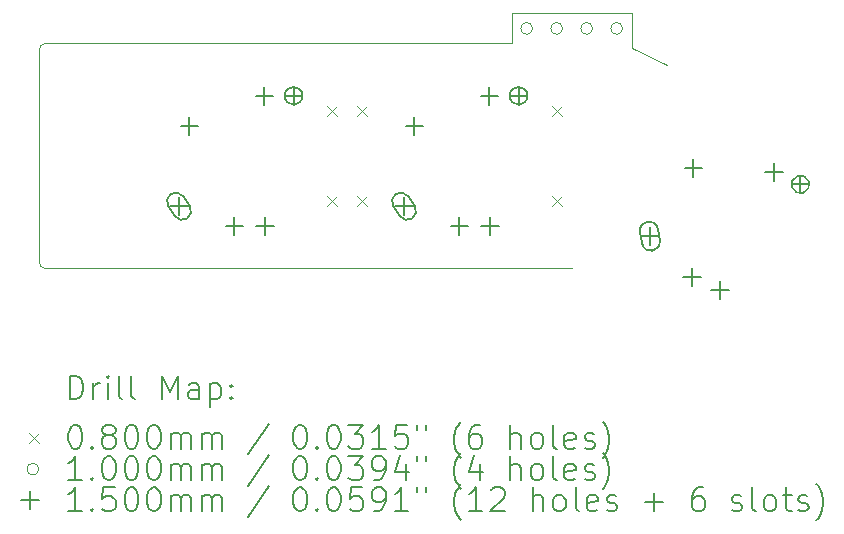
<source format=gbr>
%TF.GenerationSoftware,KiCad,Pcbnew,7.0.5*%
%TF.CreationDate,2023-08-20T01:59:17+08:00*%
%TF.ProjectId,LT,4c542e6b-6963-4616-945f-706362585858,rev?*%
%TF.SameCoordinates,Original*%
%TF.FileFunction,Drillmap*%
%TF.FilePolarity,Positive*%
%FSLAX45Y45*%
G04 Gerber Fmt 4.5, Leading zero omitted, Abs format (unit mm)*
G04 Created by KiCad (PCBNEW 7.0.5) date 2023-08-20 01:59:17*
%MOMM*%
%LPD*%
G01*
G04 APERTURE LIST*
%ADD10C,0.100000*%
%ADD11C,0.200000*%
%ADD12C,0.080000*%
%ADD13C,0.150000*%
G04 APERTURE END LIST*
D10*
X22271500Y-11097500D02*
X17811500Y-11097500D01*
X17761500Y-9242500D02*
X17761500Y-11047500D01*
X21760000Y-9192500D02*
X21760000Y-8938000D01*
X21760000Y-9192500D02*
X17811500Y-9192500D01*
X17761500Y-11047500D02*
G75*
G03*
X17811500Y-11097500I50000J0D01*
G01*
X23076590Y-9370987D02*
X22776000Y-9231000D01*
X22776000Y-8938000D02*
X22776000Y-9231000D01*
X17811500Y-9192500D02*
G75*
G03*
X17761500Y-9242500I0J-50000D01*
G01*
X21760000Y-8938000D02*
X22776000Y-8938000D01*
D11*
D12*
X20199500Y-9725000D02*
X20279500Y-9805000D01*
X20279500Y-9725000D02*
X20199500Y-9805000D01*
X20199500Y-10485000D02*
X20279500Y-10565000D01*
X20279500Y-10485000D02*
X20199500Y-10565000D01*
X20453500Y-9725000D02*
X20533500Y-9805000D01*
X20533500Y-9725000D02*
X20453500Y-9805000D01*
X20453500Y-10485000D02*
X20533500Y-10565000D01*
X20533500Y-10485000D02*
X20453500Y-10565000D01*
X22104500Y-9725000D02*
X22184500Y-9805000D01*
X22184500Y-9725000D02*
X22104500Y-9805000D01*
X22104500Y-10485000D02*
X22184500Y-10565000D01*
X22184500Y-10485000D02*
X22104500Y-10565000D01*
D10*
X21937000Y-9065000D02*
G75*
G03*
X21937000Y-9065000I-50000J0D01*
G01*
X22191000Y-9065000D02*
G75*
G03*
X22191000Y-9065000I-50000J0D01*
G01*
X22445000Y-9065000D02*
G75*
G03*
X22445000Y-9065000I-50000J0D01*
G01*
X22699000Y-9065000D02*
G75*
G03*
X22699000Y-9065000I-50000J0D01*
G01*
D13*
X18944000Y-10495000D02*
X18944000Y-10645000D01*
X18869000Y-10570000D02*
X19019000Y-10570000D01*
D11*
X19034139Y-10569984D02*
X18978654Y-10486789D01*
X18978654Y-10486789D02*
G75*
G03*
X18853861Y-10570016I-62397J-41613D01*
G01*
X18853861Y-10570016D02*
X18909346Y-10653211D01*
X18909346Y-10653211D02*
G75*
G03*
X19034139Y-10569984I62397J41613D01*
G01*
D13*
X19033000Y-9816000D02*
X19033000Y-9966000D01*
X18958000Y-9891000D02*
X19108000Y-9891000D01*
X19414000Y-10660000D02*
X19414000Y-10810000D01*
X19339000Y-10735000D02*
X19489000Y-10735000D01*
X19668000Y-9560000D02*
X19668000Y-9710000D01*
X19593000Y-9635000D02*
X19743000Y-9635000D01*
X19674000Y-10660000D02*
X19674000Y-10810000D01*
X19599000Y-10735000D02*
X19749000Y-10735000D01*
X19914000Y-9560000D02*
X19914000Y-9710000D01*
X19839000Y-9635000D02*
X19989000Y-9635000D01*
D11*
X19989000Y-9635000D02*
X19989000Y-9635000D01*
X19989000Y-9635000D02*
G75*
G03*
X19839000Y-9635000I-75000J0D01*
G01*
X19839000Y-9635000D02*
X19839000Y-9635000D01*
X19839000Y-9635000D02*
G75*
G03*
X19989000Y-9635000I75000J0D01*
G01*
D13*
X20849000Y-10495000D02*
X20849000Y-10645000D01*
X20774000Y-10570000D02*
X20924000Y-10570000D01*
D11*
X20939139Y-10569984D02*
X20883654Y-10486789D01*
X20883654Y-10486789D02*
G75*
G03*
X20758861Y-10570016I-62397J-41613D01*
G01*
X20758861Y-10570016D02*
X20814346Y-10653211D01*
X20814346Y-10653211D02*
G75*
G03*
X20939139Y-10569984I62397J41613D01*
G01*
D13*
X20938000Y-9816000D02*
X20938000Y-9966000D01*
X20863000Y-9891000D02*
X21013000Y-9891000D01*
X21319000Y-10660000D02*
X21319000Y-10810000D01*
X21244000Y-10735000D02*
X21394000Y-10735000D01*
X21573000Y-9560000D02*
X21573000Y-9710000D01*
X21498000Y-9635000D02*
X21648000Y-9635000D01*
X21579000Y-10660000D02*
X21579000Y-10810000D01*
X21504000Y-10735000D02*
X21654000Y-10735000D01*
X21819000Y-9560000D02*
X21819000Y-9710000D01*
X21744000Y-9635000D02*
X21894000Y-9635000D01*
D11*
X21894000Y-9635000D02*
X21894000Y-9635000D01*
X21894000Y-9635000D02*
G75*
G03*
X21744000Y-9635000I-75000J0D01*
G01*
X21744000Y-9635000D02*
X21744000Y-9635000D01*
X21744000Y-9635000D02*
G75*
G03*
X21894000Y-9635000I75000J0D01*
G01*
D13*
X22931720Y-10748340D02*
X22931720Y-10898340D01*
X22856720Y-10823340D02*
X23006720Y-10823340D01*
D11*
X23013420Y-10861420D02*
X22998294Y-10762571D01*
X22998294Y-10762571D02*
G75*
G03*
X22850020Y-10785260I-74137J-11345D01*
G01*
X22850020Y-10785260D02*
X22865146Y-10884109D01*
X22865146Y-10884109D02*
G75*
G03*
X23013420Y-10861420I74137J11345D01*
G01*
D13*
X23287953Y-11096511D02*
X23287953Y-11246511D01*
X23212953Y-11171511D02*
X23362953Y-11171511D01*
X23299339Y-10170570D02*
X23299339Y-10320570D01*
X23224339Y-10245570D02*
X23374339Y-10245570D01*
X23523593Y-11206392D02*
X23523593Y-11356392D01*
X23448593Y-11281392D02*
X23598593Y-11281392D01*
X23983035Y-10206918D02*
X23983035Y-10356918D01*
X23908035Y-10281918D02*
X24058035Y-10281918D01*
X24205987Y-10310882D02*
X24205987Y-10460882D01*
X24130987Y-10385882D02*
X24280987Y-10385882D01*
D11*
X24273960Y-10417578D02*
X24273960Y-10417578D01*
X24273960Y-10417578D02*
G75*
G03*
X24138013Y-10354186I-67973J31696D01*
G01*
X24138013Y-10354186D02*
X24138013Y-10354186D01*
X24138013Y-10354186D02*
G75*
G03*
X24273960Y-10417578I67973J-31696D01*
G01*
X18017277Y-12203629D02*
X18017277Y-12003629D01*
X18017277Y-12003629D02*
X18064896Y-12003629D01*
X18064896Y-12003629D02*
X18093467Y-12013153D01*
X18093467Y-12013153D02*
X18112515Y-12032201D01*
X18112515Y-12032201D02*
X18122039Y-12051248D01*
X18122039Y-12051248D02*
X18131563Y-12089344D01*
X18131563Y-12089344D02*
X18131563Y-12117915D01*
X18131563Y-12117915D02*
X18122039Y-12156010D01*
X18122039Y-12156010D02*
X18112515Y-12175058D01*
X18112515Y-12175058D02*
X18093467Y-12194106D01*
X18093467Y-12194106D02*
X18064896Y-12203629D01*
X18064896Y-12203629D02*
X18017277Y-12203629D01*
X18217277Y-12203629D02*
X18217277Y-12070296D01*
X18217277Y-12108391D02*
X18226801Y-12089344D01*
X18226801Y-12089344D02*
X18236324Y-12079820D01*
X18236324Y-12079820D02*
X18255372Y-12070296D01*
X18255372Y-12070296D02*
X18274420Y-12070296D01*
X18341086Y-12203629D02*
X18341086Y-12070296D01*
X18341086Y-12003629D02*
X18331563Y-12013153D01*
X18331563Y-12013153D02*
X18341086Y-12022677D01*
X18341086Y-12022677D02*
X18350610Y-12013153D01*
X18350610Y-12013153D02*
X18341086Y-12003629D01*
X18341086Y-12003629D02*
X18341086Y-12022677D01*
X18464896Y-12203629D02*
X18445848Y-12194106D01*
X18445848Y-12194106D02*
X18436324Y-12175058D01*
X18436324Y-12175058D02*
X18436324Y-12003629D01*
X18569658Y-12203629D02*
X18550610Y-12194106D01*
X18550610Y-12194106D02*
X18541086Y-12175058D01*
X18541086Y-12175058D02*
X18541086Y-12003629D01*
X18798229Y-12203629D02*
X18798229Y-12003629D01*
X18798229Y-12003629D02*
X18864896Y-12146486D01*
X18864896Y-12146486D02*
X18931563Y-12003629D01*
X18931563Y-12003629D02*
X18931563Y-12203629D01*
X19112515Y-12203629D02*
X19112515Y-12098867D01*
X19112515Y-12098867D02*
X19102991Y-12079820D01*
X19102991Y-12079820D02*
X19083944Y-12070296D01*
X19083944Y-12070296D02*
X19045848Y-12070296D01*
X19045848Y-12070296D02*
X19026801Y-12079820D01*
X19112515Y-12194106D02*
X19093467Y-12203629D01*
X19093467Y-12203629D02*
X19045848Y-12203629D01*
X19045848Y-12203629D02*
X19026801Y-12194106D01*
X19026801Y-12194106D02*
X19017277Y-12175058D01*
X19017277Y-12175058D02*
X19017277Y-12156010D01*
X19017277Y-12156010D02*
X19026801Y-12136963D01*
X19026801Y-12136963D02*
X19045848Y-12127439D01*
X19045848Y-12127439D02*
X19093467Y-12127439D01*
X19093467Y-12127439D02*
X19112515Y-12117915D01*
X19207753Y-12070296D02*
X19207753Y-12270296D01*
X19207753Y-12079820D02*
X19226801Y-12070296D01*
X19226801Y-12070296D02*
X19264896Y-12070296D01*
X19264896Y-12070296D02*
X19283944Y-12079820D01*
X19283944Y-12079820D02*
X19293467Y-12089344D01*
X19293467Y-12089344D02*
X19302991Y-12108391D01*
X19302991Y-12108391D02*
X19302991Y-12165534D01*
X19302991Y-12165534D02*
X19293467Y-12184582D01*
X19293467Y-12184582D02*
X19283944Y-12194106D01*
X19283944Y-12194106D02*
X19264896Y-12203629D01*
X19264896Y-12203629D02*
X19226801Y-12203629D01*
X19226801Y-12203629D02*
X19207753Y-12194106D01*
X19388705Y-12184582D02*
X19398229Y-12194106D01*
X19398229Y-12194106D02*
X19388705Y-12203629D01*
X19388705Y-12203629D02*
X19379182Y-12194106D01*
X19379182Y-12194106D02*
X19388705Y-12184582D01*
X19388705Y-12184582D02*
X19388705Y-12203629D01*
X19388705Y-12079820D02*
X19398229Y-12089344D01*
X19398229Y-12089344D02*
X19388705Y-12098867D01*
X19388705Y-12098867D02*
X19379182Y-12089344D01*
X19379182Y-12089344D02*
X19388705Y-12079820D01*
X19388705Y-12079820D02*
X19388705Y-12098867D01*
D12*
X17676500Y-12492146D02*
X17756500Y-12572146D01*
X17756500Y-12492146D02*
X17676500Y-12572146D01*
D11*
X18055372Y-12423629D02*
X18074420Y-12423629D01*
X18074420Y-12423629D02*
X18093467Y-12433153D01*
X18093467Y-12433153D02*
X18102991Y-12442677D01*
X18102991Y-12442677D02*
X18112515Y-12461725D01*
X18112515Y-12461725D02*
X18122039Y-12499820D01*
X18122039Y-12499820D02*
X18122039Y-12547439D01*
X18122039Y-12547439D02*
X18112515Y-12585534D01*
X18112515Y-12585534D02*
X18102991Y-12604582D01*
X18102991Y-12604582D02*
X18093467Y-12614106D01*
X18093467Y-12614106D02*
X18074420Y-12623629D01*
X18074420Y-12623629D02*
X18055372Y-12623629D01*
X18055372Y-12623629D02*
X18036324Y-12614106D01*
X18036324Y-12614106D02*
X18026801Y-12604582D01*
X18026801Y-12604582D02*
X18017277Y-12585534D01*
X18017277Y-12585534D02*
X18007753Y-12547439D01*
X18007753Y-12547439D02*
X18007753Y-12499820D01*
X18007753Y-12499820D02*
X18017277Y-12461725D01*
X18017277Y-12461725D02*
X18026801Y-12442677D01*
X18026801Y-12442677D02*
X18036324Y-12433153D01*
X18036324Y-12433153D02*
X18055372Y-12423629D01*
X18207753Y-12604582D02*
X18217277Y-12614106D01*
X18217277Y-12614106D02*
X18207753Y-12623629D01*
X18207753Y-12623629D02*
X18198229Y-12614106D01*
X18198229Y-12614106D02*
X18207753Y-12604582D01*
X18207753Y-12604582D02*
X18207753Y-12623629D01*
X18331563Y-12509344D02*
X18312515Y-12499820D01*
X18312515Y-12499820D02*
X18302991Y-12490296D01*
X18302991Y-12490296D02*
X18293467Y-12471248D01*
X18293467Y-12471248D02*
X18293467Y-12461725D01*
X18293467Y-12461725D02*
X18302991Y-12442677D01*
X18302991Y-12442677D02*
X18312515Y-12433153D01*
X18312515Y-12433153D02*
X18331563Y-12423629D01*
X18331563Y-12423629D02*
X18369658Y-12423629D01*
X18369658Y-12423629D02*
X18388705Y-12433153D01*
X18388705Y-12433153D02*
X18398229Y-12442677D01*
X18398229Y-12442677D02*
X18407753Y-12461725D01*
X18407753Y-12461725D02*
X18407753Y-12471248D01*
X18407753Y-12471248D02*
X18398229Y-12490296D01*
X18398229Y-12490296D02*
X18388705Y-12499820D01*
X18388705Y-12499820D02*
X18369658Y-12509344D01*
X18369658Y-12509344D02*
X18331563Y-12509344D01*
X18331563Y-12509344D02*
X18312515Y-12518867D01*
X18312515Y-12518867D02*
X18302991Y-12528391D01*
X18302991Y-12528391D02*
X18293467Y-12547439D01*
X18293467Y-12547439D02*
X18293467Y-12585534D01*
X18293467Y-12585534D02*
X18302991Y-12604582D01*
X18302991Y-12604582D02*
X18312515Y-12614106D01*
X18312515Y-12614106D02*
X18331563Y-12623629D01*
X18331563Y-12623629D02*
X18369658Y-12623629D01*
X18369658Y-12623629D02*
X18388705Y-12614106D01*
X18388705Y-12614106D02*
X18398229Y-12604582D01*
X18398229Y-12604582D02*
X18407753Y-12585534D01*
X18407753Y-12585534D02*
X18407753Y-12547439D01*
X18407753Y-12547439D02*
X18398229Y-12528391D01*
X18398229Y-12528391D02*
X18388705Y-12518867D01*
X18388705Y-12518867D02*
X18369658Y-12509344D01*
X18531563Y-12423629D02*
X18550610Y-12423629D01*
X18550610Y-12423629D02*
X18569658Y-12433153D01*
X18569658Y-12433153D02*
X18579182Y-12442677D01*
X18579182Y-12442677D02*
X18588705Y-12461725D01*
X18588705Y-12461725D02*
X18598229Y-12499820D01*
X18598229Y-12499820D02*
X18598229Y-12547439D01*
X18598229Y-12547439D02*
X18588705Y-12585534D01*
X18588705Y-12585534D02*
X18579182Y-12604582D01*
X18579182Y-12604582D02*
X18569658Y-12614106D01*
X18569658Y-12614106D02*
X18550610Y-12623629D01*
X18550610Y-12623629D02*
X18531563Y-12623629D01*
X18531563Y-12623629D02*
X18512515Y-12614106D01*
X18512515Y-12614106D02*
X18502991Y-12604582D01*
X18502991Y-12604582D02*
X18493467Y-12585534D01*
X18493467Y-12585534D02*
X18483944Y-12547439D01*
X18483944Y-12547439D02*
X18483944Y-12499820D01*
X18483944Y-12499820D02*
X18493467Y-12461725D01*
X18493467Y-12461725D02*
X18502991Y-12442677D01*
X18502991Y-12442677D02*
X18512515Y-12433153D01*
X18512515Y-12433153D02*
X18531563Y-12423629D01*
X18722039Y-12423629D02*
X18741086Y-12423629D01*
X18741086Y-12423629D02*
X18760134Y-12433153D01*
X18760134Y-12433153D02*
X18769658Y-12442677D01*
X18769658Y-12442677D02*
X18779182Y-12461725D01*
X18779182Y-12461725D02*
X18788705Y-12499820D01*
X18788705Y-12499820D02*
X18788705Y-12547439D01*
X18788705Y-12547439D02*
X18779182Y-12585534D01*
X18779182Y-12585534D02*
X18769658Y-12604582D01*
X18769658Y-12604582D02*
X18760134Y-12614106D01*
X18760134Y-12614106D02*
X18741086Y-12623629D01*
X18741086Y-12623629D02*
X18722039Y-12623629D01*
X18722039Y-12623629D02*
X18702991Y-12614106D01*
X18702991Y-12614106D02*
X18693467Y-12604582D01*
X18693467Y-12604582D02*
X18683944Y-12585534D01*
X18683944Y-12585534D02*
X18674420Y-12547439D01*
X18674420Y-12547439D02*
X18674420Y-12499820D01*
X18674420Y-12499820D02*
X18683944Y-12461725D01*
X18683944Y-12461725D02*
X18693467Y-12442677D01*
X18693467Y-12442677D02*
X18702991Y-12433153D01*
X18702991Y-12433153D02*
X18722039Y-12423629D01*
X18874420Y-12623629D02*
X18874420Y-12490296D01*
X18874420Y-12509344D02*
X18883944Y-12499820D01*
X18883944Y-12499820D02*
X18902991Y-12490296D01*
X18902991Y-12490296D02*
X18931563Y-12490296D01*
X18931563Y-12490296D02*
X18950610Y-12499820D01*
X18950610Y-12499820D02*
X18960134Y-12518867D01*
X18960134Y-12518867D02*
X18960134Y-12623629D01*
X18960134Y-12518867D02*
X18969658Y-12499820D01*
X18969658Y-12499820D02*
X18988705Y-12490296D01*
X18988705Y-12490296D02*
X19017277Y-12490296D01*
X19017277Y-12490296D02*
X19036325Y-12499820D01*
X19036325Y-12499820D02*
X19045848Y-12518867D01*
X19045848Y-12518867D02*
X19045848Y-12623629D01*
X19141086Y-12623629D02*
X19141086Y-12490296D01*
X19141086Y-12509344D02*
X19150610Y-12499820D01*
X19150610Y-12499820D02*
X19169658Y-12490296D01*
X19169658Y-12490296D02*
X19198229Y-12490296D01*
X19198229Y-12490296D02*
X19217277Y-12499820D01*
X19217277Y-12499820D02*
X19226801Y-12518867D01*
X19226801Y-12518867D02*
X19226801Y-12623629D01*
X19226801Y-12518867D02*
X19236325Y-12499820D01*
X19236325Y-12499820D02*
X19255372Y-12490296D01*
X19255372Y-12490296D02*
X19283944Y-12490296D01*
X19283944Y-12490296D02*
X19302991Y-12499820D01*
X19302991Y-12499820D02*
X19312515Y-12518867D01*
X19312515Y-12518867D02*
X19312515Y-12623629D01*
X19702991Y-12414106D02*
X19531563Y-12671248D01*
X19960134Y-12423629D02*
X19979182Y-12423629D01*
X19979182Y-12423629D02*
X19998229Y-12433153D01*
X19998229Y-12433153D02*
X20007753Y-12442677D01*
X20007753Y-12442677D02*
X20017277Y-12461725D01*
X20017277Y-12461725D02*
X20026801Y-12499820D01*
X20026801Y-12499820D02*
X20026801Y-12547439D01*
X20026801Y-12547439D02*
X20017277Y-12585534D01*
X20017277Y-12585534D02*
X20007753Y-12604582D01*
X20007753Y-12604582D02*
X19998229Y-12614106D01*
X19998229Y-12614106D02*
X19979182Y-12623629D01*
X19979182Y-12623629D02*
X19960134Y-12623629D01*
X19960134Y-12623629D02*
X19941087Y-12614106D01*
X19941087Y-12614106D02*
X19931563Y-12604582D01*
X19931563Y-12604582D02*
X19922039Y-12585534D01*
X19922039Y-12585534D02*
X19912515Y-12547439D01*
X19912515Y-12547439D02*
X19912515Y-12499820D01*
X19912515Y-12499820D02*
X19922039Y-12461725D01*
X19922039Y-12461725D02*
X19931563Y-12442677D01*
X19931563Y-12442677D02*
X19941087Y-12433153D01*
X19941087Y-12433153D02*
X19960134Y-12423629D01*
X20112515Y-12604582D02*
X20122039Y-12614106D01*
X20122039Y-12614106D02*
X20112515Y-12623629D01*
X20112515Y-12623629D02*
X20102991Y-12614106D01*
X20102991Y-12614106D02*
X20112515Y-12604582D01*
X20112515Y-12604582D02*
X20112515Y-12623629D01*
X20245848Y-12423629D02*
X20264896Y-12423629D01*
X20264896Y-12423629D02*
X20283944Y-12433153D01*
X20283944Y-12433153D02*
X20293468Y-12442677D01*
X20293468Y-12442677D02*
X20302991Y-12461725D01*
X20302991Y-12461725D02*
X20312515Y-12499820D01*
X20312515Y-12499820D02*
X20312515Y-12547439D01*
X20312515Y-12547439D02*
X20302991Y-12585534D01*
X20302991Y-12585534D02*
X20293468Y-12604582D01*
X20293468Y-12604582D02*
X20283944Y-12614106D01*
X20283944Y-12614106D02*
X20264896Y-12623629D01*
X20264896Y-12623629D02*
X20245848Y-12623629D01*
X20245848Y-12623629D02*
X20226801Y-12614106D01*
X20226801Y-12614106D02*
X20217277Y-12604582D01*
X20217277Y-12604582D02*
X20207753Y-12585534D01*
X20207753Y-12585534D02*
X20198229Y-12547439D01*
X20198229Y-12547439D02*
X20198229Y-12499820D01*
X20198229Y-12499820D02*
X20207753Y-12461725D01*
X20207753Y-12461725D02*
X20217277Y-12442677D01*
X20217277Y-12442677D02*
X20226801Y-12433153D01*
X20226801Y-12433153D02*
X20245848Y-12423629D01*
X20379182Y-12423629D02*
X20502991Y-12423629D01*
X20502991Y-12423629D02*
X20436325Y-12499820D01*
X20436325Y-12499820D02*
X20464896Y-12499820D01*
X20464896Y-12499820D02*
X20483944Y-12509344D01*
X20483944Y-12509344D02*
X20493468Y-12518867D01*
X20493468Y-12518867D02*
X20502991Y-12537915D01*
X20502991Y-12537915D02*
X20502991Y-12585534D01*
X20502991Y-12585534D02*
X20493468Y-12604582D01*
X20493468Y-12604582D02*
X20483944Y-12614106D01*
X20483944Y-12614106D02*
X20464896Y-12623629D01*
X20464896Y-12623629D02*
X20407753Y-12623629D01*
X20407753Y-12623629D02*
X20388706Y-12614106D01*
X20388706Y-12614106D02*
X20379182Y-12604582D01*
X20693468Y-12623629D02*
X20579182Y-12623629D01*
X20636325Y-12623629D02*
X20636325Y-12423629D01*
X20636325Y-12423629D02*
X20617277Y-12452201D01*
X20617277Y-12452201D02*
X20598229Y-12471248D01*
X20598229Y-12471248D02*
X20579182Y-12480772D01*
X20874420Y-12423629D02*
X20779182Y-12423629D01*
X20779182Y-12423629D02*
X20769658Y-12518867D01*
X20769658Y-12518867D02*
X20779182Y-12509344D01*
X20779182Y-12509344D02*
X20798229Y-12499820D01*
X20798229Y-12499820D02*
X20845849Y-12499820D01*
X20845849Y-12499820D02*
X20864896Y-12509344D01*
X20864896Y-12509344D02*
X20874420Y-12518867D01*
X20874420Y-12518867D02*
X20883944Y-12537915D01*
X20883944Y-12537915D02*
X20883944Y-12585534D01*
X20883944Y-12585534D02*
X20874420Y-12604582D01*
X20874420Y-12604582D02*
X20864896Y-12614106D01*
X20864896Y-12614106D02*
X20845849Y-12623629D01*
X20845849Y-12623629D02*
X20798229Y-12623629D01*
X20798229Y-12623629D02*
X20779182Y-12614106D01*
X20779182Y-12614106D02*
X20769658Y-12604582D01*
X20960134Y-12423629D02*
X20960134Y-12461725D01*
X21036325Y-12423629D02*
X21036325Y-12461725D01*
X21331563Y-12699820D02*
X21322039Y-12690296D01*
X21322039Y-12690296D02*
X21302991Y-12661725D01*
X21302991Y-12661725D02*
X21293468Y-12642677D01*
X21293468Y-12642677D02*
X21283944Y-12614106D01*
X21283944Y-12614106D02*
X21274420Y-12566486D01*
X21274420Y-12566486D02*
X21274420Y-12528391D01*
X21274420Y-12528391D02*
X21283944Y-12480772D01*
X21283944Y-12480772D02*
X21293468Y-12452201D01*
X21293468Y-12452201D02*
X21302991Y-12433153D01*
X21302991Y-12433153D02*
X21322039Y-12404582D01*
X21322039Y-12404582D02*
X21331563Y-12395058D01*
X21493468Y-12423629D02*
X21455372Y-12423629D01*
X21455372Y-12423629D02*
X21436325Y-12433153D01*
X21436325Y-12433153D02*
X21426801Y-12442677D01*
X21426801Y-12442677D02*
X21407753Y-12471248D01*
X21407753Y-12471248D02*
X21398230Y-12509344D01*
X21398230Y-12509344D02*
X21398230Y-12585534D01*
X21398230Y-12585534D02*
X21407753Y-12604582D01*
X21407753Y-12604582D02*
X21417277Y-12614106D01*
X21417277Y-12614106D02*
X21436325Y-12623629D01*
X21436325Y-12623629D02*
X21474420Y-12623629D01*
X21474420Y-12623629D02*
X21493468Y-12614106D01*
X21493468Y-12614106D02*
X21502991Y-12604582D01*
X21502991Y-12604582D02*
X21512515Y-12585534D01*
X21512515Y-12585534D02*
X21512515Y-12537915D01*
X21512515Y-12537915D02*
X21502991Y-12518867D01*
X21502991Y-12518867D02*
X21493468Y-12509344D01*
X21493468Y-12509344D02*
X21474420Y-12499820D01*
X21474420Y-12499820D02*
X21436325Y-12499820D01*
X21436325Y-12499820D02*
X21417277Y-12509344D01*
X21417277Y-12509344D02*
X21407753Y-12518867D01*
X21407753Y-12518867D02*
X21398230Y-12537915D01*
X21750611Y-12623629D02*
X21750611Y-12423629D01*
X21836325Y-12623629D02*
X21836325Y-12518867D01*
X21836325Y-12518867D02*
X21826801Y-12499820D01*
X21826801Y-12499820D02*
X21807753Y-12490296D01*
X21807753Y-12490296D02*
X21779182Y-12490296D01*
X21779182Y-12490296D02*
X21760134Y-12499820D01*
X21760134Y-12499820D02*
X21750611Y-12509344D01*
X21960134Y-12623629D02*
X21941087Y-12614106D01*
X21941087Y-12614106D02*
X21931563Y-12604582D01*
X21931563Y-12604582D02*
X21922039Y-12585534D01*
X21922039Y-12585534D02*
X21922039Y-12528391D01*
X21922039Y-12528391D02*
X21931563Y-12509344D01*
X21931563Y-12509344D02*
X21941087Y-12499820D01*
X21941087Y-12499820D02*
X21960134Y-12490296D01*
X21960134Y-12490296D02*
X21988706Y-12490296D01*
X21988706Y-12490296D02*
X22007753Y-12499820D01*
X22007753Y-12499820D02*
X22017277Y-12509344D01*
X22017277Y-12509344D02*
X22026801Y-12528391D01*
X22026801Y-12528391D02*
X22026801Y-12585534D01*
X22026801Y-12585534D02*
X22017277Y-12604582D01*
X22017277Y-12604582D02*
X22007753Y-12614106D01*
X22007753Y-12614106D02*
X21988706Y-12623629D01*
X21988706Y-12623629D02*
X21960134Y-12623629D01*
X22141087Y-12623629D02*
X22122039Y-12614106D01*
X22122039Y-12614106D02*
X22112515Y-12595058D01*
X22112515Y-12595058D02*
X22112515Y-12423629D01*
X22293468Y-12614106D02*
X22274420Y-12623629D01*
X22274420Y-12623629D02*
X22236325Y-12623629D01*
X22236325Y-12623629D02*
X22217277Y-12614106D01*
X22217277Y-12614106D02*
X22207753Y-12595058D01*
X22207753Y-12595058D02*
X22207753Y-12518867D01*
X22207753Y-12518867D02*
X22217277Y-12499820D01*
X22217277Y-12499820D02*
X22236325Y-12490296D01*
X22236325Y-12490296D02*
X22274420Y-12490296D01*
X22274420Y-12490296D02*
X22293468Y-12499820D01*
X22293468Y-12499820D02*
X22302992Y-12518867D01*
X22302992Y-12518867D02*
X22302992Y-12537915D01*
X22302992Y-12537915D02*
X22207753Y-12556963D01*
X22379182Y-12614106D02*
X22398230Y-12623629D01*
X22398230Y-12623629D02*
X22436325Y-12623629D01*
X22436325Y-12623629D02*
X22455372Y-12614106D01*
X22455372Y-12614106D02*
X22464896Y-12595058D01*
X22464896Y-12595058D02*
X22464896Y-12585534D01*
X22464896Y-12585534D02*
X22455372Y-12566486D01*
X22455372Y-12566486D02*
X22436325Y-12556963D01*
X22436325Y-12556963D02*
X22407753Y-12556963D01*
X22407753Y-12556963D02*
X22388706Y-12547439D01*
X22388706Y-12547439D02*
X22379182Y-12528391D01*
X22379182Y-12528391D02*
X22379182Y-12518867D01*
X22379182Y-12518867D02*
X22388706Y-12499820D01*
X22388706Y-12499820D02*
X22407753Y-12490296D01*
X22407753Y-12490296D02*
X22436325Y-12490296D01*
X22436325Y-12490296D02*
X22455372Y-12499820D01*
X22531563Y-12699820D02*
X22541087Y-12690296D01*
X22541087Y-12690296D02*
X22560134Y-12661725D01*
X22560134Y-12661725D02*
X22569658Y-12642677D01*
X22569658Y-12642677D02*
X22579182Y-12614106D01*
X22579182Y-12614106D02*
X22588706Y-12566486D01*
X22588706Y-12566486D02*
X22588706Y-12528391D01*
X22588706Y-12528391D02*
X22579182Y-12480772D01*
X22579182Y-12480772D02*
X22569658Y-12452201D01*
X22569658Y-12452201D02*
X22560134Y-12433153D01*
X22560134Y-12433153D02*
X22541087Y-12404582D01*
X22541087Y-12404582D02*
X22531563Y-12395058D01*
D10*
X17756500Y-12796146D02*
G75*
G03*
X17756500Y-12796146I-50000J0D01*
G01*
D11*
X18122039Y-12887629D02*
X18007753Y-12887629D01*
X18064896Y-12887629D02*
X18064896Y-12687629D01*
X18064896Y-12687629D02*
X18045848Y-12716201D01*
X18045848Y-12716201D02*
X18026801Y-12735248D01*
X18026801Y-12735248D02*
X18007753Y-12744772D01*
X18207753Y-12868582D02*
X18217277Y-12878106D01*
X18217277Y-12878106D02*
X18207753Y-12887629D01*
X18207753Y-12887629D02*
X18198229Y-12878106D01*
X18198229Y-12878106D02*
X18207753Y-12868582D01*
X18207753Y-12868582D02*
X18207753Y-12887629D01*
X18341086Y-12687629D02*
X18360134Y-12687629D01*
X18360134Y-12687629D02*
X18379182Y-12697153D01*
X18379182Y-12697153D02*
X18388705Y-12706677D01*
X18388705Y-12706677D02*
X18398229Y-12725725D01*
X18398229Y-12725725D02*
X18407753Y-12763820D01*
X18407753Y-12763820D02*
X18407753Y-12811439D01*
X18407753Y-12811439D02*
X18398229Y-12849534D01*
X18398229Y-12849534D02*
X18388705Y-12868582D01*
X18388705Y-12868582D02*
X18379182Y-12878106D01*
X18379182Y-12878106D02*
X18360134Y-12887629D01*
X18360134Y-12887629D02*
X18341086Y-12887629D01*
X18341086Y-12887629D02*
X18322039Y-12878106D01*
X18322039Y-12878106D02*
X18312515Y-12868582D01*
X18312515Y-12868582D02*
X18302991Y-12849534D01*
X18302991Y-12849534D02*
X18293467Y-12811439D01*
X18293467Y-12811439D02*
X18293467Y-12763820D01*
X18293467Y-12763820D02*
X18302991Y-12725725D01*
X18302991Y-12725725D02*
X18312515Y-12706677D01*
X18312515Y-12706677D02*
X18322039Y-12697153D01*
X18322039Y-12697153D02*
X18341086Y-12687629D01*
X18531563Y-12687629D02*
X18550610Y-12687629D01*
X18550610Y-12687629D02*
X18569658Y-12697153D01*
X18569658Y-12697153D02*
X18579182Y-12706677D01*
X18579182Y-12706677D02*
X18588705Y-12725725D01*
X18588705Y-12725725D02*
X18598229Y-12763820D01*
X18598229Y-12763820D02*
X18598229Y-12811439D01*
X18598229Y-12811439D02*
X18588705Y-12849534D01*
X18588705Y-12849534D02*
X18579182Y-12868582D01*
X18579182Y-12868582D02*
X18569658Y-12878106D01*
X18569658Y-12878106D02*
X18550610Y-12887629D01*
X18550610Y-12887629D02*
X18531563Y-12887629D01*
X18531563Y-12887629D02*
X18512515Y-12878106D01*
X18512515Y-12878106D02*
X18502991Y-12868582D01*
X18502991Y-12868582D02*
X18493467Y-12849534D01*
X18493467Y-12849534D02*
X18483944Y-12811439D01*
X18483944Y-12811439D02*
X18483944Y-12763820D01*
X18483944Y-12763820D02*
X18493467Y-12725725D01*
X18493467Y-12725725D02*
X18502991Y-12706677D01*
X18502991Y-12706677D02*
X18512515Y-12697153D01*
X18512515Y-12697153D02*
X18531563Y-12687629D01*
X18722039Y-12687629D02*
X18741086Y-12687629D01*
X18741086Y-12687629D02*
X18760134Y-12697153D01*
X18760134Y-12697153D02*
X18769658Y-12706677D01*
X18769658Y-12706677D02*
X18779182Y-12725725D01*
X18779182Y-12725725D02*
X18788705Y-12763820D01*
X18788705Y-12763820D02*
X18788705Y-12811439D01*
X18788705Y-12811439D02*
X18779182Y-12849534D01*
X18779182Y-12849534D02*
X18769658Y-12868582D01*
X18769658Y-12868582D02*
X18760134Y-12878106D01*
X18760134Y-12878106D02*
X18741086Y-12887629D01*
X18741086Y-12887629D02*
X18722039Y-12887629D01*
X18722039Y-12887629D02*
X18702991Y-12878106D01*
X18702991Y-12878106D02*
X18693467Y-12868582D01*
X18693467Y-12868582D02*
X18683944Y-12849534D01*
X18683944Y-12849534D02*
X18674420Y-12811439D01*
X18674420Y-12811439D02*
X18674420Y-12763820D01*
X18674420Y-12763820D02*
X18683944Y-12725725D01*
X18683944Y-12725725D02*
X18693467Y-12706677D01*
X18693467Y-12706677D02*
X18702991Y-12697153D01*
X18702991Y-12697153D02*
X18722039Y-12687629D01*
X18874420Y-12887629D02*
X18874420Y-12754296D01*
X18874420Y-12773344D02*
X18883944Y-12763820D01*
X18883944Y-12763820D02*
X18902991Y-12754296D01*
X18902991Y-12754296D02*
X18931563Y-12754296D01*
X18931563Y-12754296D02*
X18950610Y-12763820D01*
X18950610Y-12763820D02*
X18960134Y-12782867D01*
X18960134Y-12782867D02*
X18960134Y-12887629D01*
X18960134Y-12782867D02*
X18969658Y-12763820D01*
X18969658Y-12763820D02*
X18988705Y-12754296D01*
X18988705Y-12754296D02*
X19017277Y-12754296D01*
X19017277Y-12754296D02*
X19036325Y-12763820D01*
X19036325Y-12763820D02*
X19045848Y-12782867D01*
X19045848Y-12782867D02*
X19045848Y-12887629D01*
X19141086Y-12887629D02*
X19141086Y-12754296D01*
X19141086Y-12773344D02*
X19150610Y-12763820D01*
X19150610Y-12763820D02*
X19169658Y-12754296D01*
X19169658Y-12754296D02*
X19198229Y-12754296D01*
X19198229Y-12754296D02*
X19217277Y-12763820D01*
X19217277Y-12763820D02*
X19226801Y-12782867D01*
X19226801Y-12782867D02*
X19226801Y-12887629D01*
X19226801Y-12782867D02*
X19236325Y-12763820D01*
X19236325Y-12763820D02*
X19255372Y-12754296D01*
X19255372Y-12754296D02*
X19283944Y-12754296D01*
X19283944Y-12754296D02*
X19302991Y-12763820D01*
X19302991Y-12763820D02*
X19312515Y-12782867D01*
X19312515Y-12782867D02*
X19312515Y-12887629D01*
X19702991Y-12678106D02*
X19531563Y-12935248D01*
X19960134Y-12687629D02*
X19979182Y-12687629D01*
X19979182Y-12687629D02*
X19998229Y-12697153D01*
X19998229Y-12697153D02*
X20007753Y-12706677D01*
X20007753Y-12706677D02*
X20017277Y-12725725D01*
X20017277Y-12725725D02*
X20026801Y-12763820D01*
X20026801Y-12763820D02*
X20026801Y-12811439D01*
X20026801Y-12811439D02*
X20017277Y-12849534D01*
X20017277Y-12849534D02*
X20007753Y-12868582D01*
X20007753Y-12868582D02*
X19998229Y-12878106D01*
X19998229Y-12878106D02*
X19979182Y-12887629D01*
X19979182Y-12887629D02*
X19960134Y-12887629D01*
X19960134Y-12887629D02*
X19941087Y-12878106D01*
X19941087Y-12878106D02*
X19931563Y-12868582D01*
X19931563Y-12868582D02*
X19922039Y-12849534D01*
X19922039Y-12849534D02*
X19912515Y-12811439D01*
X19912515Y-12811439D02*
X19912515Y-12763820D01*
X19912515Y-12763820D02*
X19922039Y-12725725D01*
X19922039Y-12725725D02*
X19931563Y-12706677D01*
X19931563Y-12706677D02*
X19941087Y-12697153D01*
X19941087Y-12697153D02*
X19960134Y-12687629D01*
X20112515Y-12868582D02*
X20122039Y-12878106D01*
X20122039Y-12878106D02*
X20112515Y-12887629D01*
X20112515Y-12887629D02*
X20102991Y-12878106D01*
X20102991Y-12878106D02*
X20112515Y-12868582D01*
X20112515Y-12868582D02*
X20112515Y-12887629D01*
X20245848Y-12687629D02*
X20264896Y-12687629D01*
X20264896Y-12687629D02*
X20283944Y-12697153D01*
X20283944Y-12697153D02*
X20293468Y-12706677D01*
X20293468Y-12706677D02*
X20302991Y-12725725D01*
X20302991Y-12725725D02*
X20312515Y-12763820D01*
X20312515Y-12763820D02*
X20312515Y-12811439D01*
X20312515Y-12811439D02*
X20302991Y-12849534D01*
X20302991Y-12849534D02*
X20293468Y-12868582D01*
X20293468Y-12868582D02*
X20283944Y-12878106D01*
X20283944Y-12878106D02*
X20264896Y-12887629D01*
X20264896Y-12887629D02*
X20245848Y-12887629D01*
X20245848Y-12887629D02*
X20226801Y-12878106D01*
X20226801Y-12878106D02*
X20217277Y-12868582D01*
X20217277Y-12868582D02*
X20207753Y-12849534D01*
X20207753Y-12849534D02*
X20198229Y-12811439D01*
X20198229Y-12811439D02*
X20198229Y-12763820D01*
X20198229Y-12763820D02*
X20207753Y-12725725D01*
X20207753Y-12725725D02*
X20217277Y-12706677D01*
X20217277Y-12706677D02*
X20226801Y-12697153D01*
X20226801Y-12697153D02*
X20245848Y-12687629D01*
X20379182Y-12687629D02*
X20502991Y-12687629D01*
X20502991Y-12687629D02*
X20436325Y-12763820D01*
X20436325Y-12763820D02*
X20464896Y-12763820D01*
X20464896Y-12763820D02*
X20483944Y-12773344D01*
X20483944Y-12773344D02*
X20493468Y-12782867D01*
X20493468Y-12782867D02*
X20502991Y-12801915D01*
X20502991Y-12801915D02*
X20502991Y-12849534D01*
X20502991Y-12849534D02*
X20493468Y-12868582D01*
X20493468Y-12868582D02*
X20483944Y-12878106D01*
X20483944Y-12878106D02*
X20464896Y-12887629D01*
X20464896Y-12887629D02*
X20407753Y-12887629D01*
X20407753Y-12887629D02*
X20388706Y-12878106D01*
X20388706Y-12878106D02*
X20379182Y-12868582D01*
X20598229Y-12887629D02*
X20636325Y-12887629D01*
X20636325Y-12887629D02*
X20655372Y-12878106D01*
X20655372Y-12878106D02*
X20664896Y-12868582D01*
X20664896Y-12868582D02*
X20683944Y-12840010D01*
X20683944Y-12840010D02*
X20693468Y-12801915D01*
X20693468Y-12801915D02*
X20693468Y-12725725D01*
X20693468Y-12725725D02*
X20683944Y-12706677D01*
X20683944Y-12706677D02*
X20674420Y-12697153D01*
X20674420Y-12697153D02*
X20655372Y-12687629D01*
X20655372Y-12687629D02*
X20617277Y-12687629D01*
X20617277Y-12687629D02*
X20598229Y-12697153D01*
X20598229Y-12697153D02*
X20588706Y-12706677D01*
X20588706Y-12706677D02*
X20579182Y-12725725D01*
X20579182Y-12725725D02*
X20579182Y-12773344D01*
X20579182Y-12773344D02*
X20588706Y-12792391D01*
X20588706Y-12792391D02*
X20598229Y-12801915D01*
X20598229Y-12801915D02*
X20617277Y-12811439D01*
X20617277Y-12811439D02*
X20655372Y-12811439D01*
X20655372Y-12811439D02*
X20674420Y-12801915D01*
X20674420Y-12801915D02*
X20683944Y-12792391D01*
X20683944Y-12792391D02*
X20693468Y-12773344D01*
X20864896Y-12754296D02*
X20864896Y-12887629D01*
X20817277Y-12678106D02*
X20769658Y-12820963D01*
X20769658Y-12820963D02*
X20893468Y-12820963D01*
X20960134Y-12687629D02*
X20960134Y-12725725D01*
X21036325Y-12687629D02*
X21036325Y-12725725D01*
X21331563Y-12963820D02*
X21322039Y-12954296D01*
X21322039Y-12954296D02*
X21302991Y-12925725D01*
X21302991Y-12925725D02*
X21293468Y-12906677D01*
X21293468Y-12906677D02*
X21283944Y-12878106D01*
X21283944Y-12878106D02*
X21274420Y-12830486D01*
X21274420Y-12830486D02*
X21274420Y-12792391D01*
X21274420Y-12792391D02*
X21283944Y-12744772D01*
X21283944Y-12744772D02*
X21293468Y-12716201D01*
X21293468Y-12716201D02*
X21302991Y-12697153D01*
X21302991Y-12697153D02*
X21322039Y-12668582D01*
X21322039Y-12668582D02*
X21331563Y-12659058D01*
X21493468Y-12754296D02*
X21493468Y-12887629D01*
X21445849Y-12678106D02*
X21398230Y-12820963D01*
X21398230Y-12820963D02*
X21522039Y-12820963D01*
X21750611Y-12887629D02*
X21750611Y-12687629D01*
X21836325Y-12887629D02*
X21836325Y-12782867D01*
X21836325Y-12782867D02*
X21826801Y-12763820D01*
X21826801Y-12763820D02*
X21807753Y-12754296D01*
X21807753Y-12754296D02*
X21779182Y-12754296D01*
X21779182Y-12754296D02*
X21760134Y-12763820D01*
X21760134Y-12763820D02*
X21750611Y-12773344D01*
X21960134Y-12887629D02*
X21941087Y-12878106D01*
X21941087Y-12878106D02*
X21931563Y-12868582D01*
X21931563Y-12868582D02*
X21922039Y-12849534D01*
X21922039Y-12849534D02*
X21922039Y-12792391D01*
X21922039Y-12792391D02*
X21931563Y-12773344D01*
X21931563Y-12773344D02*
X21941087Y-12763820D01*
X21941087Y-12763820D02*
X21960134Y-12754296D01*
X21960134Y-12754296D02*
X21988706Y-12754296D01*
X21988706Y-12754296D02*
X22007753Y-12763820D01*
X22007753Y-12763820D02*
X22017277Y-12773344D01*
X22017277Y-12773344D02*
X22026801Y-12792391D01*
X22026801Y-12792391D02*
X22026801Y-12849534D01*
X22026801Y-12849534D02*
X22017277Y-12868582D01*
X22017277Y-12868582D02*
X22007753Y-12878106D01*
X22007753Y-12878106D02*
X21988706Y-12887629D01*
X21988706Y-12887629D02*
X21960134Y-12887629D01*
X22141087Y-12887629D02*
X22122039Y-12878106D01*
X22122039Y-12878106D02*
X22112515Y-12859058D01*
X22112515Y-12859058D02*
X22112515Y-12687629D01*
X22293468Y-12878106D02*
X22274420Y-12887629D01*
X22274420Y-12887629D02*
X22236325Y-12887629D01*
X22236325Y-12887629D02*
X22217277Y-12878106D01*
X22217277Y-12878106D02*
X22207753Y-12859058D01*
X22207753Y-12859058D02*
X22207753Y-12782867D01*
X22207753Y-12782867D02*
X22217277Y-12763820D01*
X22217277Y-12763820D02*
X22236325Y-12754296D01*
X22236325Y-12754296D02*
X22274420Y-12754296D01*
X22274420Y-12754296D02*
X22293468Y-12763820D01*
X22293468Y-12763820D02*
X22302992Y-12782867D01*
X22302992Y-12782867D02*
X22302992Y-12801915D01*
X22302992Y-12801915D02*
X22207753Y-12820963D01*
X22379182Y-12878106D02*
X22398230Y-12887629D01*
X22398230Y-12887629D02*
X22436325Y-12887629D01*
X22436325Y-12887629D02*
X22455372Y-12878106D01*
X22455372Y-12878106D02*
X22464896Y-12859058D01*
X22464896Y-12859058D02*
X22464896Y-12849534D01*
X22464896Y-12849534D02*
X22455372Y-12830486D01*
X22455372Y-12830486D02*
X22436325Y-12820963D01*
X22436325Y-12820963D02*
X22407753Y-12820963D01*
X22407753Y-12820963D02*
X22388706Y-12811439D01*
X22388706Y-12811439D02*
X22379182Y-12792391D01*
X22379182Y-12792391D02*
X22379182Y-12782867D01*
X22379182Y-12782867D02*
X22388706Y-12763820D01*
X22388706Y-12763820D02*
X22407753Y-12754296D01*
X22407753Y-12754296D02*
X22436325Y-12754296D01*
X22436325Y-12754296D02*
X22455372Y-12763820D01*
X22531563Y-12963820D02*
X22541087Y-12954296D01*
X22541087Y-12954296D02*
X22560134Y-12925725D01*
X22560134Y-12925725D02*
X22569658Y-12906677D01*
X22569658Y-12906677D02*
X22579182Y-12878106D01*
X22579182Y-12878106D02*
X22588706Y-12830486D01*
X22588706Y-12830486D02*
X22588706Y-12792391D01*
X22588706Y-12792391D02*
X22579182Y-12744772D01*
X22579182Y-12744772D02*
X22569658Y-12716201D01*
X22569658Y-12716201D02*
X22560134Y-12697153D01*
X22560134Y-12697153D02*
X22541087Y-12668582D01*
X22541087Y-12668582D02*
X22531563Y-12659058D01*
D13*
X17681500Y-12985146D02*
X17681500Y-13135146D01*
X17606500Y-13060146D02*
X17756500Y-13060146D01*
D11*
X18122039Y-13151629D02*
X18007753Y-13151629D01*
X18064896Y-13151629D02*
X18064896Y-12951629D01*
X18064896Y-12951629D02*
X18045848Y-12980201D01*
X18045848Y-12980201D02*
X18026801Y-12999248D01*
X18026801Y-12999248D02*
X18007753Y-13008772D01*
X18207753Y-13132582D02*
X18217277Y-13142106D01*
X18217277Y-13142106D02*
X18207753Y-13151629D01*
X18207753Y-13151629D02*
X18198229Y-13142106D01*
X18198229Y-13142106D02*
X18207753Y-13132582D01*
X18207753Y-13132582D02*
X18207753Y-13151629D01*
X18398229Y-12951629D02*
X18302991Y-12951629D01*
X18302991Y-12951629D02*
X18293467Y-13046867D01*
X18293467Y-13046867D02*
X18302991Y-13037344D01*
X18302991Y-13037344D02*
X18322039Y-13027820D01*
X18322039Y-13027820D02*
X18369658Y-13027820D01*
X18369658Y-13027820D02*
X18388705Y-13037344D01*
X18388705Y-13037344D02*
X18398229Y-13046867D01*
X18398229Y-13046867D02*
X18407753Y-13065915D01*
X18407753Y-13065915D02*
X18407753Y-13113534D01*
X18407753Y-13113534D02*
X18398229Y-13132582D01*
X18398229Y-13132582D02*
X18388705Y-13142106D01*
X18388705Y-13142106D02*
X18369658Y-13151629D01*
X18369658Y-13151629D02*
X18322039Y-13151629D01*
X18322039Y-13151629D02*
X18302991Y-13142106D01*
X18302991Y-13142106D02*
X18293467Y-13132582D01*
X18531563Y-12951629D02*
X18550610Y-12951629D01*
X18550610Y-12951629D02*
X18569658Y-12961153D01*
X18569658Y-12961153D02*
X18579182Y-12970677D01*
X18579182Y-12970677D02*
X18588705Y-12989725D01*
X18588705Y-12989725D02*
X18598229Y-13027820D01*
X18598229Y-13027820D02*
X18598229Y-13075439D01*
X18598229Y-13075439D02*
X18588705Y-13113534D01*
X18588705Y-13113534D02*
X18579182Y-13132582D01*
X18579182Y-13132582D02*
X18569658Y-13142106D01*
X18569658Y-13142106D02*
X18550610Y-13151629D01*
X18550610Y-13151629D02*
X18531563Y-13151629D01*
X18531563Y-13151629D02*
X18512515Y-13142106D01*
X18512515Y-13142106D02*
X18502991Y-13132582D01*
X18502991Y-13132582D02*
X18493467Y-13113534D01*
X18493467Y-13113534D02*
X18483944Y-13075439D01*
X18483944Y-13075439D02*
X18483944Y-13027820D01*
X18483944Y-13027820D02*
X18493467Y-12989725D01*
X18493467Y-12989725D02*
X18502991Y-12970677D01*
X18502991Y-12970677D02*
X18512515Y-12961153D01*
X18512515Y-12961153D02*
X18531563Y-12951629D01*
X18722039Y-12951629D02*
X18741086Y-12951629D01*
X18741086Y-12951629D02*
X18760134Y-12961153D01*
X18760134Y-12961153D02*
X18769658Y-12970677D01*
X18769658Y-12970677D02*
X18779182Y-12989725D01*
X18779182Y-12989725D02*
X18788705Y-13027820D01*
X18788705Y-13027820D02*
X18788705Y-13075439D01*
X18788705Y-13075439D02*
X18779182Y-13113534D01*
X18779182Y-13113534D02*
X18769658Y-13132582D01*
X18769658Y-13132582D02*
X18760134Y-13142106D01*
X18760134Y-13142106D02*
X18741086Y-13151629D01*
X18741086Y-13151629D02*
X18722039Y-13151629D01*
X18722039Y-13151629D02*
X18702991Y-13142106D01*
X18702991Y-13142106D02*
X18693467Y-13132582D01*
X18693467Y-13132582D02*
X18683944Y-13113534D01*
X18683944Y-13113534D02*
X18674420Y-13075439D01*
X18674420Y-13075439D02*
X18674420Y-13027820D01*
X18674420Y-13027820D02*
X18683944Y-12989725D01*
X18683944Y-12989725D02*
X18693467Y-12970677D01*
X18693467Y-12970677D02*
X18702991Y-12961153D01*
X18702991Y-12961153D02*
X18722039Y-12951629D01*
X18874420Y-13151629D02*
X18874420Y-13018296D01*
X18874420Y-13037344D02*
X18883944Y-13027820D01*
X18883944Y-13027820D02*
X18902991Y-13018296D01*
X18902991Y-13018296D02*
X18931563Y-13018296D01*
X18931563Y-13018296D02*
X18950610Y-13027820D01*
X18950610Y-13027820D02*
X18960134Y-13046867D01*
X18960134Y-13046867D02*
X18960134Y-13151629D01*
X18960134Y-13046867D02*
X18969658Y-13027820D01*
X18969658Y-13027820D02*
X18988705Y-13018296D01*
X18988705Y-13018296D02*
X19017277Y-13018296D01*
X19017277Y-13018296D02*
X19036325Y-13027820D01*
X19036325Y-13027820D02*
X19045848Y-13046867D01*
X19045848Y-13046867D02*
X19045848Y-13151629D01*
X19141086Y-13151629D02*
X19141086Y-13018296D01*
X19141086Y-13037344D02*
X19150610Y-13027820D01*
X19150610Y-13027820D02*
X19169658Y-13018296D01*
X19169658Y-13018296D02*
X19198229Y-13018296D01*
X19198229Y-13018296D02*
X19217277Y-13027820D01*
X19217277Y-13027820D02*
X19226801Y-13046867D01*
X19226801Y-13046867D02*
X19226801Y-13151629D01*
X19226801Y-13046867D02*
X19236325Y-13027820D01*
X19236325Y-13027820D02*
X19255372Y-13018296D01*
X19255372Y-13018296D02*
X19283944Y-13018296D01*
X19283944Y-13018296D02*
X19302991Y-13027820D01*
X19302991Y-13027820D02*
X19312515Y-13046867D01*
X19312515Y-13046867D02*
X19312515Y-13151629D01*
X19702991Y-12942106D02*
X19531563Y-13199248D01*
X19960134Y-12951629D02*
X19979182Y-12951629D01*
X19979182Y-12951629D02*
X19998229Y-12961153D01*
X19998229Y-12961153D02*
X20007753Y-12970677D01*
X20007753Y-12970677D02*
X20017277Y-12989725D01*
X20017277Y-12989725D02*
X20026801Y-13027820D01*
X20026801Y-13027820D02*
X20026801Y-13075439D01*
X20026801Y-13075439D02*
X20017277Y-13113534D01*
X20017277Y-13113534D02*
X20007753Y-13132582D01*
X20007753Y-13132582D02*
X19998229Y-13142106D01*
X19998229Y-13142106D02*
X19979182Y-13151629D01*
X19979182Y-13151629D02*
X19960134Y-13151629D01*
X19960134Y-13151629D02*
X19941087Y-13142106D01*
X19941087Y-13142106D02*
X19931563Y-13132582D01*
X19931563Y-13132582D02*
X19922039Y-13113534D01*
X19922039Y-13113534D02*
X19912515Y-13075439D01*
X19912515Y-13075439D02*
X19912515Y-13027820D01*
X19912515Y-13027820D02*
X19922039Y-12989725D01*
X19922039Y-12989725D02*
X19931563Y-12970677D01*
X19931563Y-12970677D02*
X19941087Y-12961153D01*
X19941087Y-12961153D02*
X19960134Y-12951629D01*
X20112515Y-13132582D02*
X20122039Y-13142106D01*
X20122039Y-13142106D02*
X20112515Y-13151629D01*
X20112515Y-13151629D02*
X20102991Y-13142106D01*
X20102991Y-13142106D02*
X20112515Y-13132582D01*
X20112515Y-13132582D02*
X20112515Y-13151629D01*
X20245848Y-12951629D02*
X20264896Y-12951629D01*
X20264896Y-12951629D02*
X20283944Y-12961153D01*
X20283944Y-12961153D02*
X20293468Y-12970677D01*
X20293468Y-12970677D02*
X20302991Y-12989725D01*
X20302991Y-12989725D02*
X20312515Y-13027820D01*
X20312515Y-13027820D02*
X20312515Y-13075439D01*
X20312515Y-13075439D02*
X20302991Y-13113534D01*
X20302991Y-13113534D02*
X20293468Y-13132582D01*
X20293468Y-13132582D02*
X20283944Y-13142106D01*
X20283944Y-13142106D02*
X20264896Y-13151629D01*
X20264896Y-13151629D02*
X20245848Y-13151629D01*
X20245848Y-13151629D02*
X20226801Y-13142106D01*
X20226801Y-13142106D02*
X20217277Y-13132582D01*
X20217277Y-13132582D02*
X20207753Y-13113534D01*
X20207753Y-13113534D02*
X20198229Y-13075439D01*
X20198229Y-13075439D02*
X20198229Y-13027820D01*
X20198229Y-13027820D02*
X20207753Y-12989725D01*
X20207753Y-12989725D02*
X20217277Y-12970677D01*
X20217277Y-12970677D02*
X20226801Y-12961153D01*
X20226801Y-12961153D02*
X20245848Y-12951629D01*
X20493468Y-12951629D02*
X20398229Y-12951629D01*
X20398229Y-12951629D02*
X20388706Y-13046867D01*
X20388706Y-13046867D02*
X20398229Y-13037344D01*
X20398229Y-13037344D02*
X20417277Y-13027820D01*
X20417277Y-13027820D02*
X20464896Y-13027820D01*
X20464896Y-13027820D02*
X20483944Y-13037344D01*
X20483944Y-13037344D02*
X20493468Y-13046867D01*
X20493468Y-13046867D02*
X20502991Y-13065915D01*
X20502991Y-13065915D02*
X20502991Y-13113534D01*
X20502991Y-13113534D02*
X20493468Y-13132582D01*
X20493468Y-13132582D02*
X20483944Y-13142106D01*
X20483944Y-13142106D02*
X20464896Y-13151629D01*
X20464896Y-13151629D02*
X20417277Y-13151629D01*
X20417277Y-13151629D02*
X20398229Y-13142106D01*
X20398229Y-13142106D02*
X20388706Y-13132582D01*
X20598229Y-13151629D02*
X20636325Y-13151629D01*
X20636325Y-13151629D02*
X20655372Y-13142106D01*
X20655372Y-13142106D02*
X20664896Y-13132582D01*
X20664896Y-13132582D02*
X20683944Y-13104010D01*
X20683944Y-13104010D02*
X20693468Y-13065915D01*
X20693468Y-13065915D02*
X20693468Y-12989725D01*
X20693468Y-12989725D02*
X20683944Y-12970677D01*
X20683944Y-12970677D02*
X20674420Y-12961153D01*
X20674420Y-12961153D02*
X20655372Y-12951629D01*
X20655372Y-12951629D02*
X20617277Y-12951629D01*
X20617277Y-12951629D02*
X20598229Y-12961153D01*
X20598229Y-12961153D02*
X20588706Y-12970677D01*
X20588706Y-12970677D02*
X20579182Y-12989725D01*
X20579182Y-12989725D02*
X20579182Y-13037344D01*
X20579182Y-13037344D02*
X20588706Y-13056391D01*
X20588706Y-13056391D02*
X20598229Y-13065915D01*
X20598229Y-13065915D02*
X20617277Y-13075439D01*
X20617277Y-13075439D02*
X20655372Y-13075439D01*
X20655372Y-13075439D02*
X20674420Y-13065915D01*
X20674420Y-13065915D02*
X20683944Y-13056391D01*
X20683944Y-13056391D02*
X20693468Y-13037344D01*
X20883944Y-13151629D02*
X20769658Y-13151629D01*
X20826801Y-13151629D02*
X20826801Y-12951629D01*
X20826801Y-12951629D02*
X20807753Y-12980201D01*
X20807753Y-12980201D02*
X20788706Y-12999248D01*
X20788706Y-12999248D02*
X20769658Y-13008772D01*
X20960134Y-12951629D02*
X20960134Y-12989725D01*
X21036325Y-12951629D02*
X21036325Y-12989725D01*
X21331563Y-13227820D02*
X21322039Y-13218296D01*
X21322039Y-13218296D02*
X21302991Y-13189725D01*
X21302991Y-13189725D02*
X21293468Y-13170677D01*
X21293468Y-13170677D02*
X21283944Y-13142106D01*
X21283944Y-13142106D02*
X21274420Y-13094486D01*
X21274420Y-13094486D02*
X21274420Y-13056391D01*
X21274420Y-13056391D02*
X21283944Y-13008772D01*
X21283944Y-13008772D02*
X21293468Y-12980201D01*
X21293468Y-12980201D02*
X21302991Y-12961153D01*
X21302991Y-12961153D02*
X21322039Y-12932582D01*
X21322039Y-12932582D02*
X21331563Y-12923058D01*
X21512515Y-13151629D02*
X21398230Y-13151629D01*
X21455372Y-13151629D02*
X21455372Y-12951629D01*
X21455372Y-12951629D02*
X21436325Y-12980201D01*
X21436325Y-12980201D02*
X21417277Y-12999248D01*
X21417277Y-12999248D02*
X21398230Y-13008772D01*
X21588706Y-12970677D02*
X21598230Y-12961153D01*
X21598230Y-12961153D02*
X21617277Y-12951629D01*
X21617277Y-12951629D02*
X21664896Y-12951629D01*
X21664896Y-12951629D02*
X21683944Y-12961153D01*
X21683944Y-12961153D02*
X21693468Y-12970677D01*
X21693468Y-12970677D02*
X21702991Y-12989725D01*
X21702991Y-12989725D02*
X21702991Y-13008772D01*
X21702991Y-13008772D02*
X21693468Y-13037344D01*
X21693468Y-13037344D02*
X21579182Y-13151629D01*
X21579182Y-13151629D02*
X21702991Y-13151629D01*
X21941087Y-13151629D02*
X21941087Y-12951629D01*
X22026801Y-13151629D02*
X22026801Y-13046867D01*
X22026801Y-13046867D02*
X22017277Y-13027820D01*
X22017277Y-13027820D02*
X21998230Y-13018296D01*
X21998230Y-13018296D02*
X21969658Y-13018296D01*
X21969658Y-13018296D02*
X21950611Y-13027820D01*
X21950611Y-13027820D02*
X21941087Y-13037344D01*
X22150611Y-13151629D02*
X22131563Y-13142106D01*
X22131563Y-13142106D02*
X22122039Y-13132582D01*
X22122039Y-13132582D02*
X22112515Y-13113534D01*
X22112515Y-13113534D02*
X22112515Y-13056391D01*
X22112515Y-13056391D02*
X22122039Y-13037344D01*
X22122039Y-13037344D02*
X22131563Y-13027820D01*
X22131563Y-13027820D02*
X22150611Y-13018296D01*
X22150611Y-13018296D02*
X22179182Y-13018296D01*
X22179182Y-13018296D02*
X22198230Y-13027820D01*
X22198230Y-13027820D02*
X22207753Y-13037344D01*
X22207753Y-13037344D02*
X22217277Y-13056391D01*
X22217277Y-13056391D02*
X22217277Y-13113534D01*
X22217277Y-13113534D02*
X22207753Y-13132582D01*
X22207753Y-13132582D02*
X22198230Y-13142106D01*
X22198230Y-13142106D02*
X22179182Y-13151629D01*
X22179182Y-13151629D02*
X22150611Y-13151629D01*
X22331563Y-13151629D02*
X22312515Y-13142106D01*
X22312515Y-13142106D02*
X22302992Y-13123058D01*
X22302992Y-13123058D02*
X22302992Y-12951629D01*
X22483944Y-13142106D02*
X22464896Y-13151629D01*
X22464896Y-13151629D02*
X22426801Y-13151629D01*
X22426801Y-13151629D02*
X22407753Y-13142106D01*
X22407753Y-13142106D02*
X22398230Y-13123058D01*
X22398230Y-13123058D02*
X22398230Y-13046867D01*
X22398230Y-13046867D02*
X22407753Y-13027820D01*
X22407753Y-13027820D02*
X22426801Y-13018296D01*
X22426801Y-13018296D02*
X22464896Y-13018296D01*
X22464896Y-13018296D02*
X22483944Y-13027820D01*
X22483944Y-13027820D02*
X22493468Y-13046867D01*
X22493468Y-13046867D02*
X22493468Y-13065915D01*
X22493468Y-13065915D02*
X22398230Y-13084963D01*
X22569658Y-13142106D02*
X22588706Y-13151629D01*
X22588706Y-13151629D02*
X22626801Y-13151629D01*
X22626801Y-13151629D02*
X22645849Y-13142106D01*
X22645849Y-13142106D02*
X22655372Y-13123058D01*
X22655372Y-13123058D02*
X22655372Y-13113534D01*
X22655372Y-13113534D02*
X22645849Y-13094486D01*
X22645849Y-13094486D02*
X22626801Y-13084963D01*
X22626801Y-13084963D02*
X22598230Y-13084963D01*
X22598230Y-13084963D02*
X22579182Y-13075439D01*
X22579182Y-13075439D02*
X22569658Y-13056391D01*
X22569658Y-13056391D02*
X22569658Y-13046867D01*
X22569658Y-13046867D02*
X22579182Y-13027820D01*
X22579182Y-13027820D02*
X22598230Y-13018296D01*
X22598230Y-13018296D02*
X22626801Y-13018296D01*
X22626801Y-13018296D02*
X22645849Y-13027820D01*
X22893468Y-13075439D02*
X23045849Y-13075439D01*
X22969658Y-13151629D02*
X22969658Y-12999248D01*
X23379182Y-12951629D02*
X23341087Y-12951629D01*
X23341087Y-12951629D02*
X23322039Y-12961153D01*
X23322039Y-12961153D02*
X23312515Y-12970677D01*
X23312515Y-12970677D02*
X23293468Y-12999248D01*
X23293468Y-12999248D02*
X23283944Y-13037344D01*
X23283944Y-13037344D02*
X23283944Y-13113534D01*
X23283944Y-13113534D02*
X23293468Y-13132582D01*
X23293468Y-13132582D02*
X23302992Y-13142106D01*
X23302992Y-13142106D02*
X23322039Y-13151629D01*
X23322039Y-13151629D02*
X23360134Y-13151629D01*
X23360134Y-13151629D02*
X23379182Y-13142106D01*
X23379182Y-13142106D02*
X23388706Y-13132582D01*
X23388706Y-13132582D02*
X23398230Y-13113534D01*
X23398230Y-13113534D02*
X23398230Y-13065915D01*
X23398230Y-13065915D02*
X23388706Y-13046867D01*
X23388706Y-13046867D02*
X23379182Y-13037344D01*
X23379182Y-13037344D02*
X23360134Y-13027820D01*
X23360134Y-13027820D02*
X23322039Y-13027820D01*
X23322039Y-13027820D02*
X23302992Y-13037344D01*
X23302992Y-13037344D02*
X23293468Y-13046867D01*
X23293468Y-13046867D02*
X23283944Y-13065915D01*
X23626801Y-13142106D02*
X23645849Y-13151629D01*
X23645849Y-13151629D02*
X23683944Y-13151629D01*
X23683944Y-13151629D02*
X23702992Y-13142106D01*
X23702992Y-13142106D02*
X23712515Y-13123058D01*
X23712515Y-13123058D02*
X23712515Y-13113534D01*
X23712515Y-13113534D02*
X23702992Y-13094486D01*
X23702992Y-13094486D02*
X23683944Y-13084963D01*
X23683944Y-13084963D02*
X23655373Y-13084963D01*
X23655373Y-13084963D02*
X23636325Y-13075439D01*
X23636325Y-13075439D02*
X23626801Y-13056391D01*
X23626801Y-13056391D02*
X23626801Y-13046867D01*
X23626801Y-13046867D02*
X23636325Y-13027820D01*
X23636325Y-13027820D02*
X23655373Y-13018296D01*
X23655373Y-13018296D02*
X23683944Y-13018296D01*
X23683944Y-13018296D02*
X23702992Y-13027820D01*
X23826801Y-13151629D02*
X23807754Y-13142106D01*
X23807754Y-13142106D02*
X23798230Y-13123058D01*
X23798230Y-13123058D02*
X23798230Y-12951629D01*
X23931563Y-13151629D02*
X23912515Y-13142106D01*
X23912515Y-13142106D02*
X23902992Y-13132582D01*
X23902992Y-13132582D02*
X23893468Y-13113534D01*
X23893468Y-13113534D02*
X23893468Y-13056391D01*
X23893468Y-13056391D02*
X23902992Y-13037344D01*
X23902992Y-13037344D02*
X23912515Y-13027820D01*
X23912515Y-13027820D02*
X23931563Y-13018296D01*
X23931563Y-13018296D02*
X23960135Y-13018296D01*
X23960135Y-13018296D02*
X23979182Y-13027820D01*
X23979182Y-13027820D02*
X23988706Y-13037344D01*
X23988706Y-13037344D02*
X23998230Y-13056391D01*
X23998230Y-13056391D02*
X23998230Y-13113534D01*
X23998230Y-13113534D02*
X23988706Y-13132582D01*
X23988706Y-13132582D02*
X23979182Y-13142106D01*
X23979182Y-13142106D02*
X23960135Y-13151629D01*
X23960135Y-13151629D02*
X23931563Y-13151629D01*
X24055373Y-13018296D02*
X24131563Y-13018296D01*
X24083944Y-12951629D02*
X24083944Y-13123058D01*
X24083944Y-13123058D02*
X24093468Y-13142106D01*
X24093468Y-13142106D02*
X24112515Y-13151629D01*
X24112515Y-13151629D02*
X24131563Y-13151629D01*
X24188706Y-13142106D02*
X24207754Y-13151629D01*
X24207754Y-13151629D02*
X24245849Y-13151629D01*
X24245849Y-13151629D02*
X24264896Y-13142106D01*
X24264896Y-13142106D02*
X24274420Y-13123058D01*
X24274420Y-13123058D02*
X24274420Y-13113534D01*
X24274420Y-13113534D02*
X24264896Y-13094486D01*
X24264896Y-13094486D02*
X24245849Y-13084963D01*
X24245849Y-13084963D02*
X24217277Y-13084963D01*
X24217277Y-13084963D02*
X24198230Y-13075439D01*
X24198230Y-13075439D02*
X24188706Y-13056391D01*
X24188706Y-13056391D02*
X24188706Y-13046867D01*
X24188706Y-13046867D02*
X24198230Y-13027820D01*
X24198230Y-13027820D02*
X24217277Y-13018296D01*
X24217277Y-13018296D02*
X24245849Y-13018296D01*
X24245849Y-13018296D02*
X24264896Y-13027820D01*
X24341087Y-13227820D02*
X24350611Y-13218296D01*
X24350611Y-13218296D02*
X24369658Y-13189725D01*
X24369658Y-13189725D02*
X24379182Y-13170677D01*
X24379182Y-13170677D02*
X24388706Y-13142106D01*
X24388706Y-13142106D02*
X24398230Y-13094486D01*
X24398230Y-13094486D02*
X24398230Y-13056391D01*
X24398230Y-13056391D02*
X24388706Y-13008772D01*
X24388706Y-13008772D02*
X24379182Y-12980201D01*
X24379182Y-12980201D02*
X24369658Y-12961153D01*
X24369658Y-12961153D02*
X24350611Y-12932582D01*
X24350611Y-12932582D02*
X24341087Y-12923058D01*
M02*

</source>
